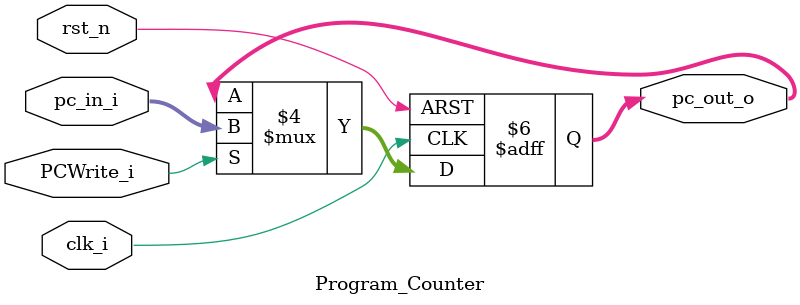
<source format=v>
module Program_Counter( clk_i, rst_n, pc_in_i, pc_out_o, PCWrite_i);
     
//I/O ports
input           clk_i;
input	        rst_n;
input  [32-1:0] pc_in_i;
input PCWrite_i;
output [32-1:0] pc_out_o;
 
//Internal Signals
reg    [32-1:0] pc_out_o;

//Main function
always @(posedge clk_i or negedge rst_n) begin
    if(~rst_n)
	    pc_out_o <= 0;
	else if(PCWrite_i == 1)
	    pc_out_o <= pc_in_i;
	//$display("PC: %d", pc_out_o);
end

endmodule
</source>
